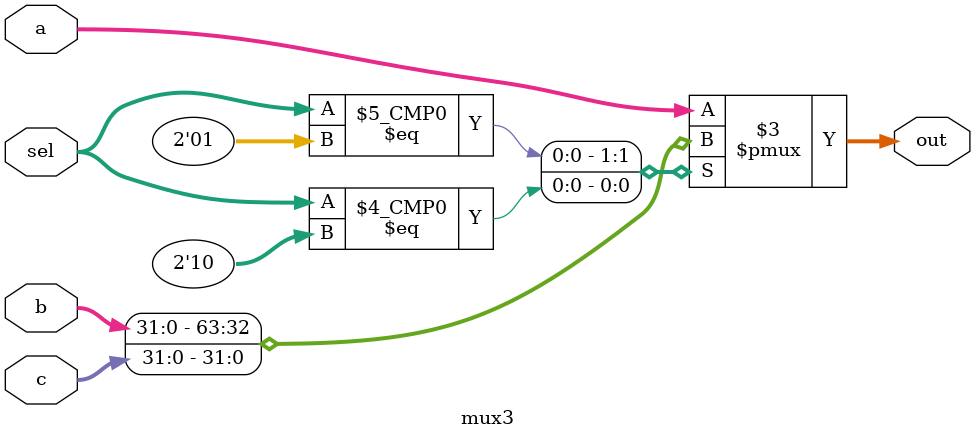
<source format=v>
`timescale 1ns / 1ps

module mux3 #(parameter DATA_WIDTH=32) (
    input [DATA_WIDTH-1:0] a,
    input [DATA_WIDTH-1:0] b,
    input [DATA_WIDTH-1:0] c,
    input [1:0] sel,
    output reg [DATA_WIDTH-1:0] out
    );
    
    always @ (*) begin
        case (sel)
            2'b00: out = a;
            2'b01: out = b;
            2'b10: out = c;
            default: out = a;
        endcase
    end
    
endmodule

</source>
